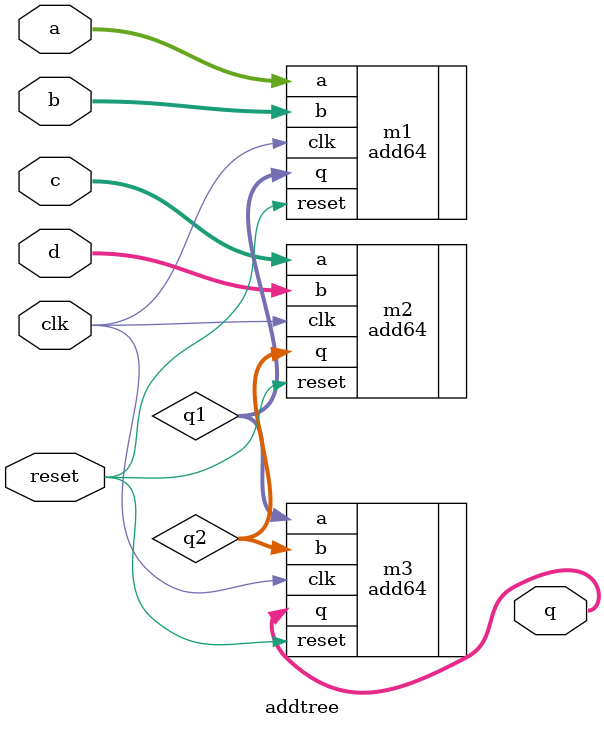
<source format=v>
module addtree(
	       input wire [63:0]  a,
	       input wire [63:0]  b,
	       input wire [63:0]  c,
	       input wire [63:0]  d,
	       input wire 	  clk,
	       input wire 	  reset,
	       output wire [63:0] q
	       );

   wire [63:0] 			  q1, q2;
   
   add64 m1(.a(a), .b(b), .clk(clk), .reset(reset), .q(q1));
   add64 m2(.a(c), .b(d), .clk(clk), .reset(reset), .q(q2));
   add64 m3(.a(q1), .b(q2), .clk(clk), .reset(reset), .q(q));
   
endmodule

</source>
